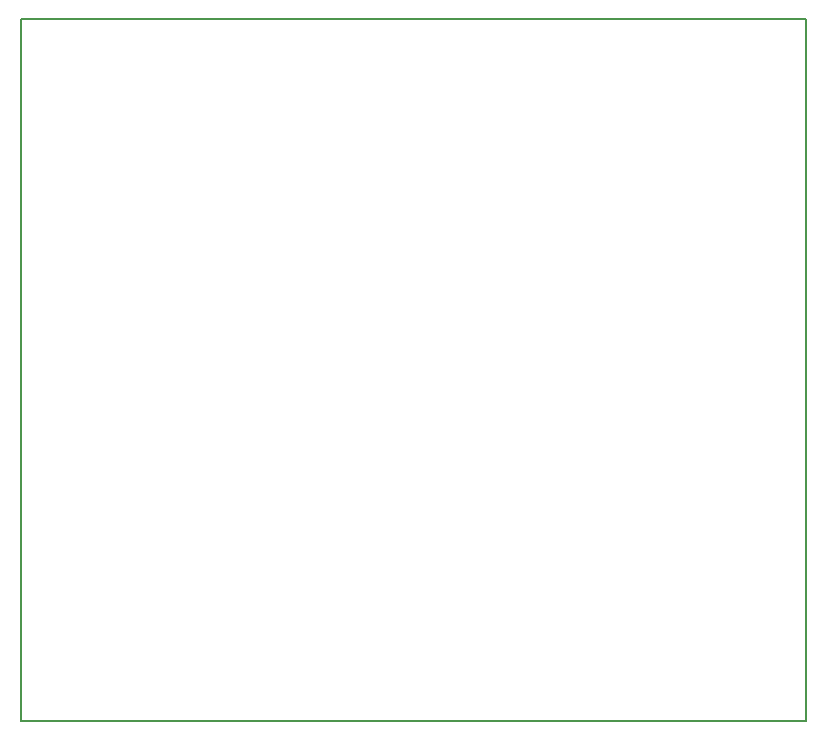
<source format=gko>
G04 Layer_Color=16711935*
%FSLAX25Y25*%
%MOIN*%
G70*
G01*
G75*
%ADD72C,0.00600*%
D72*
X0Y-234252D02*
Y0D01*
X261811D01*
Y-234252D02*
Y0D01*
X0Y-234252D02*
X261811D01*
M02*

</source>
